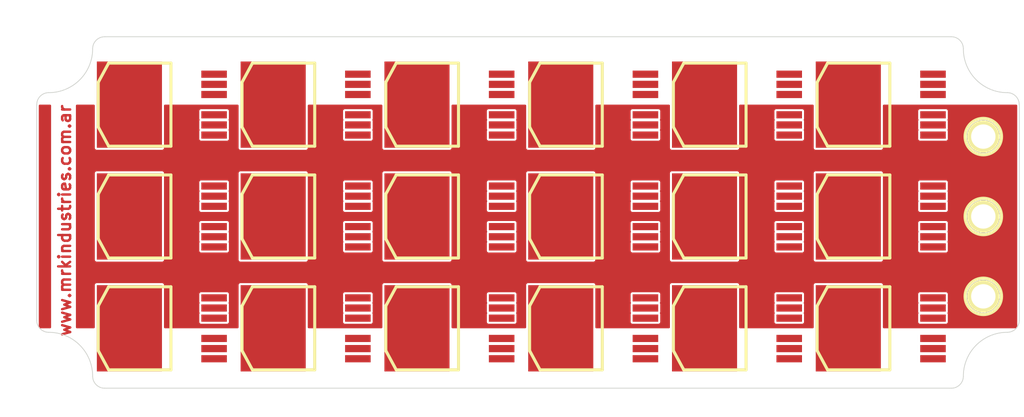
<source format=kicad_pcb>
(kicad_pcb (version 4) (host pcbnew "(2014-08-02 BZR 5044)-product")

  (general
    (links 0)
    (no_connects 0)
    (area 100.449999 66.449999 223.550001 110.550001)
    (thickness 1.6)
    (drawings 28)
    (tracks 0)
    (zones 0)
    (modules 21)
    (nets 1)
  )

  (page A4)
  (layers
    (0 F.Cu signal)
    (31 B.Cu signal)
    (32 B.Adhes user)
    (33 F.Adhes user)
    (34 B.Paste user)
    (35 F.Paste user)
    (36 B.SilkS user)
    (37 F.SilkS user)
    (38 B.Mask user)
    (39 F.Mask user)
    (40 Dwgs.User user)
    (41 Cmts.User user)
    (42 Eco1.User user)
    (43 Eco2.User user)
    (44 Edge.Cuts user)
    (45 Margin user)
    (46 B.CrtYd user)
    (47 F.CrtYd user)
    (48 B.Fab user)
    (49 F.Fab user)
  )

  (setup
    (last_trace_width 0.254)
    (trace_clearance 0.254)
    (zone_clearance 0.2032)
    (zone_45_only yes)
    (trace_min 0.254)
    (segment_width 0.2)
    (edge_width 0.1)
    (via_size 0.889)
    (via_drill 0.635)
    (via_min_size 0.889)
    (via_min_drill 0.508)
    (uvia_size 0.508)
    (uvia_drill 0.127)
    (uvias_allowed no)
    (uvia_min_size 0.508)
    (uvia_min_drill 0.127)
    (pcb_text_width 0.3)
    (pcb_text_size 1.5 1.5)
    (mod_edge_width 0.15)
    (mod_text_size 1 1)
    (mod_text_width 0.15)
    (pad_size 10.80008 8.15086)
    (pad_drill 0)
    (pad_to_mask_clearance 0)
    (aux_axis_origin 0 0)
    (visible_elements FFFFFF7F)
    (pcbplotparams
      (layerselection 0x00030_80000001)
      (usegerberextensions false)
      (excludeedgelayer true)
      (linewidth 0.010000)
      (plotframeref false)
      (viasonmask false)
      (mode 1)
      (useauxorigin false)
      (hpglpennumber 1)
      (hpglpenspeed 20)
      (hpglpendiameter 15)
      (hpglpenoverlay 2)
      (psnegative false)
      (psa4output false)
      (plotreference true)
      (plotvalue true)
      (plotinvisibletext false)
      (padsonsilk false)
      (subtractmaskfromsilk false)
      (outputformat 1)
      (mirror false)
      (drillshape 1)
      (scaleselection 1)
      (outputdirectory ""))
  )

  (net 0 "")

  (net_class Default "This is the default net class."
    (clearance 0.254)
    (trace_width 0.254)
    (via_dia 0.889)
    (via_drill 0.635)
    (uvia_dia 0.508)
    (uvia_drill 0.127)
  )

  (module Connect:1pin (layer F.Cu) (tedit 53F669C2) (tstamp 53F88AEB)
    (at 219 99)
    (descr "module 1 pin (ou trou mecanique de percage)")
    (tags DEV)
    (fp_text reference 1PIN (at 0 -3.048) (layer F.SilkS) hide
      (effects (font (size 1.016 1.016) (thickness 0.254)))
    )
    (fp_text value P*** (at 0 2.794) (layer F.SilkS) hide
      (effects (font (size 1.016 1.016) (thickness 0.254)))
    )
    (fp_circle (center 0 0) (end 0 -2.286) (layer F.SilkS) (width 0.381))
    (pad 1 thru_hole circle (at 0 0) (size 4.064 4.064) (drill 3.048) (layers *.Cu *.Mask F.SilkS))
  )

  (module Connect:1pin (layer F.Cu) (tedit 53F669C2) (tstamp 53F88AE6)
    (at 219 89)
    (descr "module 1 pin (ou trou mecanique de percage)")
    (tags DEV)
    (fp_text reference 1PIN (at 0 -3.048) (layer F.SilkS) hide
      (effects (font (size 1.016 1.016) (thickness 0.254)))
    )
    (fp_text value P*** (at 0 2.794) (layer F.SilkS) hide
      (effects (font (size 1.016 1.016) (thickness 0.254)))
    )
    (fp_circle (center 0 0) (end 0 -2.286) (layer F.SilkS) (width 0.381))
    (pad 1 thru_hole circle (at 0 0) (size 4.064 4.064) (drill 3.048) (layers *.Cu *.Mask F.SilkS))
  )

  (module "Mrk Industries:D2PAK-7-GDS" (layer F.Cu) (tedit 523463F1) (tstamp 53F7520E)
    (at 190 103 90)
    (fp_text reference Q5 (at 0 8.19912 90) (layer F.SilkS) hide
      (effects (font (thickness 0.3048)))
    )
    (fp_text value IRFS3006 (at 0 -11.50112 90) (layer F.SilkS) hide
      (effects (font (thickness 0.3048)))
    )
    (fp_line (start 5.19938 -0.70104) (end -5.19938 -0.70104) (layer F.SilkS) (width 0.381))
    (fp_line (start -5.19938 -0.70104) (end -5.19938 -8.49884) (layer F.SilkS) (width 0.381))
    (fp_line (start -5.19938 -8.49884) (end -2.79908 -9.79932) (layer F.SilkS) (width 0.381))
    (fp_line (start -2.79908 -9.79932) (end 2.79908 -9.79932) (layer F.SilkS) (width 0.381))
    (fp_line (start 2.79908 -9.79932) (end 5.19938 -8.49884) (layer F.SilkS) (width 0.381))
    (fp_line (start 5.19938 -8.49884) (end 5.19938 -0.70104) (layer F.SilkS) (width 0.381))
    (pad D smd rect (at 0 -5.90042 90) (size 10.80008 8.15086) (layers F.Cu F.Paste F.Mask))
    (pad G smd rect (at -3.81 4.70154 90) (size 0.89916 3.2004) (layers F.Cu F.Paste F.Mask))
    (pad S smd rect (at -2.54 4.70154 90) (size 0.89916 3.2004) (layers F.Cu F.Paste F.Mask))
    (pad S smd rect (at -1.27 4.70154 90) (size 0.89916 3.2004) (layers F.Cu F.Paste F.Mask))
    (pad S smd rect (at 1.27 4.70154 90) (size 0.89916 3.2004) (layers F.Cu F.Paste F.Mask))
    (pad S smd rect (at 2.54 4.70154 90) (size 0.89916 3.2004) (layers F.Cu F.Paste F.Mask))
    (pad S smd rect (at 3.81 4.70154 90) (size 0.89916 3.2004) (layers F.Cu F.Paste F.Mask))
    (model smd/smd_transistors/d2-pak-7.wrl
      (at (xyz 0 0.07000000029802322 0))
      (scale (xyz 1 1 1))
      (rotate (xyz 0 0 0))
    )
  )

  (module "Mrk Industries:D2PAK-7-GDS" (layer F.Cu) (tedit 523463F1) (tstamp 53F751FE)
    (at 190 89 90)
    (fp_text reference Q5 (at 0 8.19912 90) (layer F.SilkS) hide
      (effects (font (thickness 0.3048)))
    )
    (fp_text value IRFS3006 (at 0 -11.50112 90) (layer F.SilkS) hide
      (effects (font (thickness 0.3048)))
    )
    (fp_line (start 5.19938 -0.70104) (end -5.19938 -0.70104) (layer F.SilkS) (width 0.381))
    (fp_line (start -5.19938 -0.70104) (end -5.19938 -8.49884) (layer F.SilkS) (width 0.381))
    (fp_line (start -5.19938 -8.49884) (end -2.79908 -9.79932) (layer F.SilkS) (width 0.381))
    (fp_line (start -2.79908 -9.79932) (end 2.79908 -9.79932) (layer F.SilkS) (width 0.381))
    (fp_line (start 2.79908 -9.79932) (end 5.19938 -8.49884) (layer F.SilkS) (width 0.381))
    (fp_line (start 5.19938 -8.49884) (end 5.19938 -0.70104) (layer F.SilkS) (width 0.381))
    (pad D smd rect (at 0 -5.90042 90) (size 10.80008 8.15086) (layers F.Cu F.Paste F.Mask))
    (pad G smd rect (at -3.81 4.70154 90) (size 0.89916 3.2004) (layers F.Cu F.Paste F.Mask))
    (pad S smd rect (at -2.54 4.70154 90) (size 0.89916 3.2004) (layers F.Cu F.Paste F.Mask))
    (pad S smd rect (at -1.27 4.70154 90) (size 0.89916 3.2004) (layers F.Cu F.Paste F.Mask))
    (pad S smd rect (at 1.27 4.70154 90) (size 0.89916 3.2004) (layers F.Cu F.Paste F.Mask))
    (pad S smd rect (at 2.54 4.70154 90) (size 0.89916 3.2004) (layers F.Cu F.Paste F.Mask))
    (pad S smd rect (at 3.81 4.70154 90) (size 0.89916 3.2004) (layers F.Cu F.Paste F.Mask))
    (model smd/smd_transistors/d2-pak-7.wrl
      (at (xyz 0 0.07000000029802322 0))
      (scale (xyz 1 1 1))
      (rotate (xyz 0 0 0))
    )
  )

  (module "Mrk Industries:D2PAK-7-GDS" (layer F.Cu) (tedit 523463F1) (tstamp 53F751EE)
    (at 190 75 90)
    (fp_text reference Q5 (at 0 8.19912 90) (layer F.SilkS) hide
      (effects (font (thickness 0.3048)))
    )
    (fp_text value IRFS3006 (at 0 -11.50112 90) (layer F.SilkS) hide
      (effects (font (thickness 0.3048)))
    )
    (fp_line (start 5.19938 -0.70104) (end -5.19938 -0.70104) (layer F.SilkS) (width 0.381))
    (fp_line (start -5.19938 -0.70104) (end -5.19938 -8.49884) (layer F.SilkS) (width 0.381))
    (fp_line (start -5.19938 -8.49884) (end -2.79908 -9.79932) (layer F.SilkS) (width 0.381))
    (fp_line (start -2.79908 -9.79932) (end 2.79908 -9.79932) (layer F.SilkS) (width 0.381))
    (fp_line (start 2.79908 -9.79932) (end 5.19938 -8.49884) (layer F.SilkS) (width 0.381))
    (fp_line (start 5.19938 -8.49884) (end 5.19938 -0.70104) (layer F.SilkS) (width 0.381))
    (pad D smd rect (at 0 -5.90042 90) (size 10.80008 8.15086) (layers F.Cu F.Paste F.Mask))
    (pad G smd rect (at -3.81 4.70154 90) (size 0.89916 3.2004) (layers F.Cu F.Paste F.Mask))
    (pad S smd rect (at -2.54 4.70154 90) (size 0.89916 3.2004) (layers F.Cu F.Paste F.Mask))
    (pad S smd rect (at -1.27 4.70154 90) (size 0.89916 3.2004) (layers F.Cu F.Paste F.Mask))
    (pad S smd rect (at 1.27 4.70154 90) (size 0.89916 3.2004) (layers F.Cu F.Paste F.Mask))
    (pad S smd rect (at 2.54 4.70154 90) (size 0.89916 3.2004) (layers F.Cu F.Paste F.Mask))
    (pad S smd rect (at 3.81 4.70154 90) (size 0.89916 3.2004) (layers F.Cu F.Paste F.Mask))
    (model smd/smd_transistors/d2-pak-7.wrl
      (at (xyz 0 0.07000000029802322 0))
      (scale (xyz 1 1 1))
      (rotate (xyz 0 0 0))
    )
  )

  (module "Mrk Industries:D2PAK-7-GDS" (layer F.Cu) (tedit 523463F1) (tstamp 53F751DE)
    (at 208 75 90)
    (fp_text reference Q5 (at 0 8.19912 90) (layer F.SilkS) hide
      (effects (font (thickness 0.3048)))
    )
    (fp_text value IRFS3006 (at 0 -11.50112 90) (layer F.SilkS) hide
      (effects (font (thickness 0.3048)))
    )
    (fp_line (start 5.19938 -0.70104) (end -5.19938 -0.70104) (layer F.SilkS) (width 0.381))
    (fp_line (start -5.19938 -0.70104) (end -5.19938 -8.49884) (layer F.SilkS) (width 0.381))
    (fp_line (start -5.19938 -8.49884) (end -2.79908 -9.79932) (layer F.SilkS) (width 0.381))
    (fp_line (start -2.79908 -9.79932) (end 2.79908 -9.79932) (layer F.SilkS) (width 0.381))
    (fp_line (start 2.79908 -9.79932) (end 5.19938 -8.49884) (layer F.SilkS) (width 0.381))
    (fp_line (start 5.19938 -8.49884) (end 5.19938 -0.70104) (layer F.SilkS) (width 0.381))
    (pad D smd rect (at 0 -5.90042 90) (size 10.80008 8.15086) (layers F.Cu F.Paste F.Mask))
    (pad G smd rect (at -3.81 4.70154 90) (size 0.89916 3.2004) (layers F.Cu F.Paste F.Mask))
    (pad S smd rect (at -2.54 4.70154 90) (size 0.89916 3.2004) (layers F.Cu F.Paste F.Mask))
    (pad S smd rect (at -1.27 4.70154 90) (size 0.89916 3.2004) (layers F.Cu F.Paste F.Mask))
    (pad S smd rect (at 1.27 4.70154 90) (size 0.89916 3.2004) (layers F.Cu F.Paste F.Mask))
    (pad S smd rect (at 2.54 4.70154 90) (size 0.89916 3.2004) (layers F.Cu F.Paste F.Mask))
    (pad S smd rect (at 3.81 4.70154 90) (size 0.89916 3.2004) (layers F.Cu F.Paste F.Mask))
    (model smd/smd_transistors/d2-pak-7.wrl
      (at (xyz 0 0.07000000029802322 0))
      (scale (xyz 1 1 1))
      (rotate (xyz 0 0 0))
    )
  )

  (module "Mrk Industries:D2PAK-7-GDS" (layer F.Cu) (tedit 523463F1) (tstamp 53F751CE)
    (at 208 89 90)
    (fp_text reference Q5 (at 0 8.19912 90) (layer F.SilkS) hide
      (effects (font (thickness 0.3048)))
    )
    (fp_text value IRFS3006 (at 0 -11.50112 90) (layer F.SilkS) hide
      (effects (font (thickness 0.3048)))
    )
    (fp_line (start 5.19938 -0.70104) (end -5.19938 -0.70104) (layer F.SilkS) (width 0.381))
    (fp_line (start -5.19938 -0.70104) (end -5.19938 -8.49884) (layer F.SilkS) (width 0.381))
    (fp_line (start -5.19938 -8.49884) (end -2.79908 -9.79932) (layer F.SilkS) (width 0.381))
    (fp_line (start -2.79908 -9.79932) (end 2.79908 -9.79932) (layer F.SilkS) (width 0.381))
    (fp_line (start 2.79908 -9.79932) (end 5.19938 -8.49884) (layer F.SilkS) (width 0.381))
    (fp_line (start 5.19938 -8.49884) (end 5.19938 -0.70104) (layer F.SilkS) (width 0.381))
    (pad D smd rect (at 0 -5.90042 90) (size 10.80008 8.15086) (layers F.Cu F.Paste F.Mask))
    (pad G smd rect (at -3.81 4.70154 90) (size 0.89916 3.2004) (layers F.Cu F.Paste F.Mask))
    (pad S smd rect (at -2.54 4.70154 90) (size 0.89916 3.2004) (layers F.Cu F.Paste F.Mask))
    (pad S smd rect (at -1.27 4.70154 90) (size 0.89916 3.2004) (layers F.Cu F.Paste F.Mask))
    (pad S smd rect (at 1.27 4.70154 90) (size 0.89916 3.2004) (layers F.Cu F.Paste F.Mask))
    (pad S smd rect (at 2.54 4.70154 90) (size 0.89916 3.2004) (layers F.Cu F.Paste F.Mask))
    (pad S smd rect (at 3.81 4.70154 90) (size 0.89916 3.2004) (layers F.Cu F.Paste F.Mask))
    (model smd/smd_transistors/d2-pak-7.wrl
      (at (xyz 0 0.07000000029802322 0))
      (scale (xyz 1 1 1))
      (rotate (xyz 0 0 0))
    )
  )

  (module "Mrk Industries:D2PAK-7-GDS" (layer F.Cu) (tedit 523463F1) (tstamp 53F751BE)
    (at 208 103 90)
    (fp_text reference Q5 (at 0 8.19912 90) (layer F.SilkS) hide
      (effects (font (thickness 0.3048)))
    )
    (fp_text value IRFS3006 (at 0 -11.50112 90) (layer F.SilkS) hide
      (effects (font (thickness 0.3048)))
    )
    (fp_line (start 5.19938 -0.70104) (end -5.19938 -0.70104) (layer F.SilkS) (width 0.381))
    (fp_line (start -5.19938 -0.70104) (end -5.19938 -8.49884) (layer F.SilkS) (width 0.381))
    (fp_line (start -5.19938 -8.49884) (end -2.79908 -9.79932) (layer F.SilkS) (width 0.381))
    (fp_line (start -2.79908 -9.79932) (end 2.79908 -9.79932) (layer F.SilkS) (width 0.381))
    (fp_line (start 2.79908 -9.79932) (end 5.19938 -8.49884) (layer F.SilkS) (width 0.381))
    (fp_line (start 5.19938 -8.49884) (end 5.19938 -0.70104) (layer F.SilkS) (width 0.381))
    (pad D smd rect (at 0 -5.90042 90) (size 10.80008 8.15086) (layers F.Cu F.Paste F.Mask))
    (pad G smd rect (at -3.81 4.70154 90) (size 0.89916 3.2004) (layers F.Cu F.Paste F.Mask))
    (pad S smd rect (at -2.54 4.70154 90) (size 0.89916 3.2004) (layers F.Cu F.Paste F.Mask))
    (pad S smd rect (at -1.27 4.70154 90) (size 0.89916 3.2004) (layers F.Cu F.Paste F.Mask))
    (pad S smd rect (at 1.27 4.70154 90) (size 0.89916 3.2004) (layers F.Cu F.Paste F.Mask))
    (pad S smd rect (at 2.54 4.70154 90) (size 0.89916 3.2004) (layers F.Cu F.Paste F.Mask))
    (pad S smd rect (at 3.81 4.70154 90) (size 0.89916 3.2004) (layers F.Cu F.Paste F.Mask))
    (model smd/smd_transistors/d2-pak-7.wrl
      (at (xyz 0 0.07000000029802322 0))
      (scale (xyz 1 1 1))
      (rotate (xyz 0 0 0))
    )
  )

  (module "Mrk Industries:D2PAK-7-GDS" (layer F.Cu) (tedit 523463F1) (tstamp 53F7514E)
    (at 154 103 90)
    (fp_text reference Q5 (at 0 8.19912 90) (layer F.SilkS) hide
      (effects (font (thickness 0.3048)))
    )
    (fp_text value IRFS3006 (at 0 -11.50112 90) (layer F.SilkS) hide
      (effects (font (thickness 0.3048)))
    )
    (fp_line (start 5.19938 -0.70104) (end -5.19938 -0.70104) (layer F.SilkS) (width 0.381))
    (fp_line (start -5.19938 -0.70104) (end -5.19938 -8.49884) (layer F.SilkS) (width 0.381))
    (fp_line (start -5.19938 -8.49884) (end -2.79908 -9.79932) (layer F.SilkS) (width 0.381))
    (fp_line (start -2.79908 -9.79932) (end 2.79908 -9.79932) (layer F.SilkS) (width 0.381))
    (fp_line (start 2.79908 -9.79932) (end 5.19938 -8.49884) (layer F.SilkS) (width 0.381))
    (fp_line (start 5.19938 -8.49884) (end 5.19938 -0.70104) (layer F.SilkS) (width 0.381))
    (pad D smd rect (at 0 -5.90042 90) (size 10.80008 8.15086) (layers F.Cu F.Paste F.Mask))
    (pad G smd rect (at -3.81 4.70154 90) (size 0.89916 3.2004) (layers F.Cu F.Paste F.Mask))
    (pad S smd rect (at -2.54 4.70154 90) (size 0.89916 3.2004) (layers F.Cu F.Paste F.Mask))
    (pad S smd rect (at -1.27 4.70154 90) (size 0.89916 3.2004) (layers F.Cu F.Paste F.Mask))
    (pad S smd rect (at 1.27 4.70154 90) (size 0.89916 3.2004) (layers F.Cu F.Paste F.Mask))
    (pad S smd rect (at 2.54 4.70154 90) (size 0.89916 3.2004) (layers F.Cu F.Paste F.Mask))
    (pad S smd rect (at 3.81 4.70154 90) (size 0.89916 3.2004) (layers F.Cu F.Paste F.Mask))
    (model smd/smd_transistors/d2-pak-7.wrl
      (at (xyz 0 0.07000000029802322 0))
      (scale (xyz 1 1 1))
      (rotate (xyz 0 0 0))
    )
  )

  (module "Mrk Industries:D2PAK-7-GDS" (layer F.Cu) (tedit 523463F1) (tstamp 53F7513E)
    (at 154 89 90)
    (fp_text reference Q5 (at 0 8.19912 90) (layer F.SilkS) hide
      (effects (font (thickness 0.3048)))
    )
    (fp_text value IRFS3006 (at 0 -11.50112 90) (layer F.SilkS) hide
      (effects (font (thickness 0.3048)))
    )
    (fp_line (start 5.19938 -0.70104) (end -5.19938 -0.70104) (layer F.SilkS) (width 0.381))
    (fp_line (start -5.19938 -0.70104) (end -5.19938 -8.49884) (layer F.SilkS) (width 0.381))
    (fp_line (start -5.19938 -8.49884) (end -2.79908 -9.79932) (layer F.SilkS) (width 0.381))
    (fp_line (start -2.79908 -9.79932) (end 2.79908 -9.79932) (layer F.SilkS) (width 0.381))
    (fp_line (start 2.79908 -9.79932) (end 5.19938 -8.49884) (layer F.SilkS) (width 0.381))
    (fp_line (start 5.19938 -8.49884) (end 5.19938 -0.70104) (layer F.SilkS) (width 0.381))
    (pad D smd rect (at 0 -5.90042 90) (size 10.80008 8.15086) (layers F.Cu F.Paste F.Mask))
    (pad G smd rect (at -3.81 4.70154 90) (size 0.89916 3.2004) (layers F.Cu F.Paste F.Mask))
    (pad S smd rect (at -2.54 4.70154 90) (size 0.89916 3.2004) (layers F.Cu F.Paste F.Mask))
    (pad S smd rect (at -1.27 4.70154 90) (size 0.89916 3.2004) (layers F.Cu F.Paste F.Mask))
    (pad S smd rect (at 1.27 4.70154 90) (size 0.89916 3.2004) (layers F.Cu F.Paste F.Mask))
    (pad S smd rect (at 2.54 4.70154 90) (size 0.89916 3.2004) (layers F.Cu F.Paste F.Mask))
    (pad S smd rect (at 3.81 4.70154 90) (size 0.89916 3.2004) (layers F.Cu F.Paste F.Mask))
    (model smd/smd_transistors/d2-pak-7.wrl
      (at (xyz 0 0.07000000029802322 0))
      (scale (xyz 1 1 1))
      (rotate (xyz 0 0 0))
    )
  )

  (module "Mrk Industries:D2PAK-7-GDS" (layer F.Cu) (tedit 523463F1) (tstamp 53F7512E)
    (at 154 75 90)
    (fp_text reference Q5 (at 0 8.19912 90) (layer F.SilkS) hide
      (effects (font (thickness 0.3048)))
    )
    (fp_text value IRFS3006 (at 0 -11.50112 90) (layer F.SilkS) hide
      (effects (font (thickness 0.3048)))
    )
    (fp_line (start 5.19938 -0.70104) (end -5.19938 -0.70104) (layer F.SilkS) (width 0.381))
    (fp_line (start -5.19938 -0.70104) (end -5.19938 -8.49884) (layer F.SilkS) (width 0.381))
    (fp_line (start -5.19938 -8.49884) (end -2.79908 -9.79932) (layer F.SilkS) (width 0.381))
    (fp_line (start -2.79908 -9.79932) (end 2.79908 -9.79932) (layer F.SilkS) (width 0.381))
    (fp_line (start 2.79908 -9.79932) (end 5.19938 -8.49884) (layer F.SilkS) (width 0.381))
    (fp_line (start 5.19938 -8.49884) (end 5.19938 -0.70104) (layer F.SilkS) (width 0.381))
    (pad D smd rect (at 0 -5.90042 90) (size 10.80008 8.15086) (layers F.Cu F.Paste F.Mask))
    (pad G smd rect (at -3.81 4.70154 90) (size 0.89916 3.2004) (layers F.Cu F.Paste F.Mask))
    (pad S smd rect (at -2.54 4.70154 90) (size 0.89916 3.2004) (layers F.Cu F.Paste F.Mask))
    (pad S smd rect (at -1.27 4.70154 90) (size 0.89916 3.2004) (layers F.Cu F.Paste F.Mask))
    (pad S smd rect (at 1.27 4.70154 90) (size 0.89916 3.2004) (layers F.Cu F.Paste F.Mask))
    (pad S smd rect (at 2.54 4.70154 90) (size 0.89916 3.2004) (layers F.Cu F.Paste F.Mask))
    (pad S smd rect (at 3.81 4.70154 90) (size 0.89916 3.2004) (layers F.Cu F.Paste F.Mask))
    (model smd/smd_transistors/d2-pak-7.wrl
      (at (xyz 0 0.07000000029802322 0))
      (scale (xyz 1 1 1))
      (rotate (xyz 0 0 0))
    )
  )

  (module "Mrk Industries:D2PAK-7-GDS" (layer F.Cu) (tedit 523463F1) (tstamp 53F7511E)
    (at 172 75 90)
    (fp_text reference Q5 (at 0 8.19912 90) (layer F.SilkS) hide
      (effects (font (thickness 0.3048)))
    )
    (fp_text value IRFS3006 (at 0 -11.50112 90) (layer F.SilkS) hide
      (effects (font (thickness 0.3048)))
    )
    (fp_line (start 5.19938 -0.70104) (end -5.19938 -0.70104) (layer F.SilkS) (width 0.381))
    (fp_line (start -5.19938 -0.70104) (end -5.19938 -8.49884) (layer F.SilkS) (width 0.381))
    (fp_line (start -5.19938 -8.49884) (end -2.79908 -9.79932) (layer F.SilkS) (width 0.381))
    (fp_line (start -2.79908 -9.79932) (end 2.79908 -9.79932) (layer F.SilkS) (width 0.381))
    (fp_line (start 2.79908 -9.79932) (end 5.19938 -8.49884) (layer F.SilkS) (width 0.381))
    (fp_line (start 5.19938 -8.49884) (end 5.19938 -0.70104) (layer F.SilkS) (width 0.381))
    (pad D smd rect (at 0 -5.90042 90) (size 10.80008 8.15086) (layers F.Cu F.Paste F.Mask))
    (pad G smd rect (at -3.81 4.70154 90) (size 0.89916 3.2004) (layers F.Cu F.Paste F.Mask))
    (pad S smd rect (at -2.54 4.70154 90) (size 0.89916 3.2004) (layers F.Cu F.Paste F.Mask))
    (pad S smd rect (at -1.27 4.70154 90) (size 0.89916 3.2004) (layers F.Cu F.Paste F.Mask))
    (pad S smd rect (at 1.27 4.70154 90) (size 0.89916 3.2004) (layers F.Cu F.Paste F.Mask))
    (pad S smd rect (at 2.54 4.70154 90) (size 0.89916 3.2004) (layers F.Cu F.Paste F.Mask))
    (pad S smd rect (at 3.81 4.70154 90) (size 0.89916 3.2004) (layers F.Cu F.Paste F.Mask))
    (model smd/smd_transistors/d2-pak-7.wrl
      (at (xyz 0 0.07000000029802322 0))
      (scale (xyz 1 1 1))
      (rotate (xyz 0 0 0))
    )
  )

  (module "Mrk Industries:D2PAK-7-GDS" (layer F.Cu) (tedit 523463F1) (tstamp 53F7510E)
    (at 172 89 90)
    (fp_text reference Q5 (at 0 8.19912 90) (layer F.SilkS) hide
      (effects (font (thickness 0.3048)))
    )
    (fp_text value IRFS3006 (at 0 -11.50112 90) (layer F.SilkS) hide
      (effects (font (thickness 0.3048)))
    )
    (fp_line (start 5.19938 -0.70104) (end -5.19938 -0.70104) (layer F.SilkS) (width 0.381))
    (fp_line (start -5.19938 -0.70104) (end -5.19938 -8.49884) (layer F.SilkS) (width 0.381))
    (fp_line (start -5.19938 -8.49884) (end -2.79908 -9.79932) (layer F.SilkS) (width 0.381))
    (fp_line (start -2.79908 -9.79932) (end 2.79908 -9.79932) (layer F.SilkS) (width 0.381))
    (fp_line (start 2.79908 -9.79932) (end 5.19938 -8.49884) (layer F.SilkS) (width 0.381))
    (fp_line (start 5.19938 -8.49884) (end 5.19938 -0.70104) (layer F.SilkS) (width 0.381))
    (pad D smd rect (at 0 -5.90042 90) (size 10.80008 8.15086) (layers F.Cu F.Paste F.Mask))
    (pad G smd rect (at -3.81 4.70154 90) (size 0.89916 3.2004) (layers F.Cu F.Paste F.Mask))
    (pad S smd rect (at -2.54 4.70154 90) (size 0.89916 3.2004) (layers F.Cu F.Paste F.Mask))
    (pad S smd rect (at -1.27 4.70154 90) (size 0.89916 3.2004) (layers F.Cu F.Paste F.Mask))
    (pad S smd rect (at 1.27 4.70154 90) (size 0.89916 3.2004) (layers F.Cu F.Paste F.Mask))
    (pad S smd rect (at 2.54 4.70154 90) (size 0.89916 3.2004) (layers F.Cu F.Paste F.Mask))
    (pad S smd rect (at 3.81 4.70154 90) (size 0.89916 3.2004) (layers F.Cu F.Paste F.Mask))
    (model smd/smd_transistors/d2-pak-7.wrl
      (at (xyz 0 0.07000000029802322 0))
      (scale (xyz 1 1 1))
      (rotate (xyz 0 0 0))
    )
  )

  (module "Mrk Industries:D2PAK-7-GDS" (layer F.Cu) (tedit 523463F1) (tstamp 53F750FE)
    (at 172 103 90)
    (fp_text reference Q5 (at 0 8.19912 90) (layer F.SilkS) hide
      (effects (font (thickness 0.3048)))
    )
    (fp_text value IRFS3006 (at 0 -11.50112 90) (layer F.SilkS) hide
      (effects (font (thickness 0.3048)))
    )
    (fp_line (start 5.19938 -0.70104) (end -5.19938 -0.70104) (layer F.SilkS) (width 0.381))
    (fp_line (start -5.19938 -0.70104) (end -5.19938 -8.49884) (layer F.SilkS) (width 0.381))
    (fp_line (start -5.19938 -8.49884) (end -2.79908 -9.79932) (layer F.SilkS) (width 0.381))
    (fp_line (start -2.79908 -9.79932) (end 2.79908 -9.79932) (layer F.SilkS) (width 0.381))
    (fp_line (start 2.79908 -9.79932) (end 5.19938 -8.49884) (layer F.SilkS) (width 0.381))
    (fp_line (start 5.19938 -8.49884) (end 5.19938 -0.70104) (layer F.SilkS) (width 0.381))
    (pad D smd rect (at 0 -5.90042 90) (size 10.80008 8.15086) (layers F.Cu F.Paste F.Mask))
    (pad G smd rect (at -3.81 4.70154 90) (size 0.89916 3.2004) (layers F.Cu F.Paste F.Mask))
    (pad S smd rect (at -2.54 4.70154 90) (size 0.89916 3.2004) (layers F.Cu F.Paste F.Mask))
    (pad S smd rect (at -1.27 4.70154 90) (size 0.89916 3.2004) (layers F.Cu F.Paste F.Mask))
    (pad S smd rect (at 1.27 4.70154 90) (size 0.89916 3.2004) (layers F.Cu F.Paste F.Mask))
    (pad S smd rect (at 2.54 4.70154 90) (size 0.89916 3.2004) (layers F.Cu F.Paste F.Mask))
    (pad S smd rect (at 3.81 4.70154 90) (size 0.89916 3.2004) (layers F.Cu F.Paste F.Mask))
    (model smd/smd_transistors/d2-pak-7.wrl
      (at (xyz 0 0.07000000029802322 0))
      (scale (xyz 1 1 1))
      (rotate (xyz 0 0 0))
    )
  )

  (module "Mrk Industries:D2PAK-7-GDS" (layer F.Cu) (tedit 523463F1) (tstamp 53F750EE)
    (at 136 103 90)
    (fp_text reference Q5 (at 0 8.19912 90) (layer F.SilkS) hide
      (effects (font (thickness 0.3048)))
    )
    (fp_text value IRFS3006 (at 0 -11.50112 90) (layer F.SilkS) hide
      (effects (font (thickness 0.3048)))
    )
    (fp_line (start 5.19938 -0.70104) (end -5.19938 -0.70104) (layer F.SilkS) (width 0.381))
    (fp_line (start -5.19938 -0.70104) (end -5.19938 -8.49884) (layer F.SilkS) (width 0.381))
    (fp_line (start -5.19938 -8.49884) (end -2.79908 -9.79932) (layer F.SilkS) (width 0.381))
    (fp_line (start -2.79908 -9.79932) (end 2.79908 -9.79932) (layer F.SilkS) (width 0.381))
    (fp_line (start 2.79908 -9.79932) (end 5.19938 -8.49884) (layer F.SilkS) (width 0.381))
    (fp_line (start 5.19938 -8.49884) (end 5.19938 -0.70104) (layer F.SilkS) (width 0.381))
    (pad D smd rect (at 0 -5.90042 90) (size 10.80008 8.15086) (layers F.Cu F.Paste F.Mask))
    (pad G smd rect (at -3.81 4.70154 90) (size 0.89916 3.2004) (layers F.Cu F.Paste F.Mask))
    (pad S smd rect (at -2.54 4.70154 90) (size 0.89916 3.2004) (layers F.Cu F.Paste F.Mask))
    (pad S smd rect (at -1.27 4.70154 90) (size 0.89916 3.2004) (layers F.Cu F.Paste F.Mask))
    (pad S smd rect (at 1.27 4.70154 90) (size 0.89916 3.2004) (layers F.Cu F.Paste F.Mask))
    (pad S smd rect (at 2.54 4.70154 90) (size 0.89916 3.2004) (layers F.Cu F.Paste F.Mask))
    (pad S smd rect (at 3.81 4.70154 90) (size 0.89916 3.2004) (layers F.Cu F.Paste F.Mask))
    (model smd/smd_transistors/d2-pak-7.wrl
      (at (xyz 0 0.07000000029802322 0))
      (scale (xyz 1 1 1))
      (rotate (xyz 0 0 0))
    )
  )

  (module "Mrk Industries:D2PAK-7-GDS" (layer F.Cu) (tedit 523463F1) (tstamp 53F750DE)
    (at 136 89 90)
    (fp_text reference Q5 (at 0 8.19912 90) (layer F.SilkS) hide
      (effects (font (thickness 0.3048)))
    )
    (fp_text value IRFS3006 (at 0 -11.50112 90) (layer F.SilkS) hide
      (effects (font (thickness 0.3048)))
    )
    (fp_line (start 5.19938 -0.70104) (end -5.19938 -0.70104) (layer F.SilkS) (width 0.381))
    (fp_line (start -5.19938 -0.70104) (end -5.19938 -8.49884) (layer F.SilkS) (width 0.381))
    (fp_line (start -5.19938 -8.49884) (end -2.79908 -9.79932) (layer F.SilkS) (width 0.381))
    (fp_line (start -2.79908 -9.79932) (end 2.79908 -9.79932) (layer F.SilkS) (width 0.381))
    (fp_line (start 2.79908 -9.79932) (end 5.19938 -8.49884) (layer F.SilkS) (width 0.381))
    (fp_line (start 5.19938 -8.49884) (end 5.19938 -0.70104) (layer F.SilkS) (width 0.381))
    (pad D smd rect (at 0 -5.90042 90) (size 10.80008 8.15086) (layers F.Cu F.Paste F.Mask))
    (pad G smd rect (at -3.81 4.70154 90) (size 0.89916 3.2004) (layers F.Cu F.Paste F.Mask))
    (pad S smd rect (at -2.54 4.70154 90) (size 0.89916 3.2004) (layers F.Cu F.Paste F.Mask))
    (pad S smd rect (at -1.27 4.70154 90) (size 0.89916 3.2004) (layers F.Cu F.Paste F.Mask))
    (pad S smd rect (at 1.27 4.70154 90) (size 0.89916 3.2004) (layers F.Cu F.Paste F.Mask))
    (pad S smd rect (at 2.54 4.70154 90) (size 0.89916 3.2004) (layers F.Cu F.Paste F.Mask))
    (pad S smd rect (at 3.81 4.70154 90) (size 0.89916 3.2004) (layers F.Cu F.Paste F.Mask))
    (model smd/smd_transistors/d2-pak-7.wrl
      (at (xyz 0 0.07000000029802322 0))
      (scale (xyz 1 1 1))
      (rotate (xyz 0 0 0))
    )
  )

  (module "Mrk Industries:D2PAK-7-GDS" (layer F.Cu) (tedit 523463F1) (tstamp 53F750CE)
    (at 136 75 90)
    (fp_text reference Q5 (at 0 8.19912 90) (layer F.SilkS) hide
      (effects (font (thickness 0.3048)))
    )
    (fp_text value IRFS3006 (at 0 -11.50112 90) (layer F.SilkS) hide
      (effects (font (thickness 0.3048)))
    )
    (fp_line (start 5.19938 -0.70104) (end -5.19938 -0.70104) (layer F.SilkS) (width 0.381))
    (fp_line (start -5.19938 -0.70104) (end -5.19938 -8.49884) (layer F.SilkS) (width 0.381))
    (fp_line (start -5.19938 -8.49884) (end -2.79908 -9.79932) (layer F.SilkS) (width 0.381))
    (fp_line (start -2.79908 -9.79932) (end 2.79908 -9.79932) (layer F.SilkS) (width 0.381))
    (fp_line (start 2.79908 -9.79932) (end 5.19938 -8.49884) (layer F.SilkS) (width 0.381))
    (fp_line (start 5.19938 -8.49884) (end 5.19938 -0.70104) (layer F.SilkS) (width 0.381))
    (pad D smd rect (at 0 -5.90042 90) (size 10.80008 8.15086) (layers F.Cu F.Paste F.Mask))
    (pad G smd rect (at -3.81 4.70154 90) (size 0.89916 3.2004) (layers F.Cu F.Paste F.Mask))
    (pad S smd rect (at -2.54 4.70154 90) (size 0.89916 3.2004) (layers F.Cu F.Paste F.Mask))
    (pad S smd rect (at -1.27 4.70154 90) (size 0.89916 3.2004) (layers F.Cu F.Paste F.Mask))
    (pad S smd rect (at 1.27 4.70154 90) (size 0.89916 3.2004) (layers F.Cu F.Paste F.Mask))
    (pad S smd rect (at 2.54 4.70154 90) (size 0.89916 3.2004) (layers F.Cu F.Paste F.Mask))
    (pad S smd rect (at 3.81 4.70154 90) (size 0.89916 3.2004) (layers F.Cu F.Paste F.Mask))
    (model smd/smd_transistors/d2-pak-7.wrl
      (at (xyz 0 0.07000000029802322 0))
      (scale (xyz 1 1 1))
      (rotate (xyz 0 0 0))
    )
  )

  (module "Mrk Industries:D2PAK-7-GDS" (layer F.Cu) (tedit 53F66C1A) (tstamp 53F7509C)
    (at 118 75 90)
    (fp_text reference Q5 (at 0 8.19912 90) (layer F.SilkS) hide
      (effects (font (thickness 0.3048)))
    )
    (fp_text value IRFS3006 (at 0 -11.50112 90) (layer F.SilkS) hide
      (effects (font (thickness 0.3048)))
    )
    (fp_line (start 5.19938 -0.70104) (end -5.19938 -0.70104) (layer F.SilkS) (width 0.381))
    (fp_line (start -5.19938 -0.70104) (end -5.19938 -8.49884) (layer F.SilkS) (width 0.381))
    (fp_line (start -5.19938 -8.49884) (end -2.79908 -9.79932) (layer F.SilkS) (width 0.381))
    (fp_line (start -2.79908 -9.79932) (end 2.79908 -9.79932) (layer F.SilkS) (width 0.381))
    (fp_line (start 2.79908 -9.79932) (end 5.19938 -8.49884) (layer F.SilkS) (width 0.381))
    (fp_line (start 5.19938 -8.49884) (end 5.19938 -0.70104) (layer F.SilkS) (width 0.381))
    (pad D smd rect (at 0 -5.90042 90) (size 10.80008 8.15086) (layers F.Cu F.Paste F.Mask))
    (pad G smd rect (at -3.81 4.70154 90) (size 0.89916 3.2004) (layers F.Cu F.Paste F.Mask))
    (pad S smd rect (at -2.54 4.70154 90) (size 0.89916 3.2004) (layers F.Cu F.Paste F.Mask))
    (pad S smd rect (at -1.27 4.70154 90) (size 0.89916 3.2004) (layers F.Cu F.Paste F.Mask))
    (pad S smd rect (at 1.27 4.70154 90) (size 0.89916 3.2004) (layers F.Cu F.Paste F.Mask))
    (pad S smd rect (at 2.54 4.70154 90) (size 0.89916 3.2004) (layers F.Cu F.Paste F.Mask))
    (pad S smd rect (at 3.81 4.70154 90) (size 0.89916 3.2004) (layers F.Cu F.Paste F.Mask))
    (model smd/smd_transistors/d2-pak-7.wrl
      (at (xyz 0 0.07000000029802322 0))
      (scale (xyz 1 1 1))
      (rotate (xyz 0 0 0))
    )
  )

  (module "Mrk Industries:D2PAK-7-GDS" (layer F.Cu) (tedit 523463F1) (tstamp 53F7508C)
    (at 118 89 90)
    (fp_text reference Q5 (at 0 8.19912 90) (layer F.SilkS) hide
      (effects (font (thickness 0.3048)))
    )
    (fp_text value IRFS3006 (at 0 -11.50112 90) (layer F.SilkS) hide
      (effects (font (thickness 0.3048)))
    )
    (fp_line (start 5.19938 -0.70104) (end -5.19938 -0.70104) (layer F.SilkS) (width 0.381))
    (fp_line (start -5.19938 -0.70104) (end -5.19938 -8.49884) (layer F.SilkS) (width 0.381))
    (fp_line (start -5.19938 -8.49884) (end -2.79908 -9.79932) (layer F.SilkS) (width 0.381))
    (fp_line (start -2.79908 -9.79932) (end 2.79908 -9.79932) (layer F.SilkS) (width 0.381))
    (fp_line (start 2.79908 -9.79932) (end 5.19938 -8.49884) (layer F.SilkS) (width 0.381))
    (fp_line (start 5.19938 -8.49884) (end 5.19938 -0.70104) (layer F.SilkS) (width 0.381))
    (pad D smd rect (at 0 -5.90042 90) (size 10.80008 8.15086) (layers F.Cu F.Paste F.Mask))
    (pad G smd rect (at -3.81 4.70154 90) (size 0.89916 3.2004) (layers F.Cu F.Paste F.Mask))
    (pad S smd rect (at -2.54 4.70154 90) (size 0.89916 3.2004) (layers F.Cu F.Paste F.Mask))
    (pad S smd rect (at -1.27 4.70154 90) (size 0.89916 3.2004) (layers F.Cu F.Paste F.Mask))
    (pad S smd rect (at 1.27 4.70154 90) (size 0.89916 3.2004) (layers F.Cu F.Paste F.Mask))
    (pad S smd rect (at 2.54 4.70154 90) (size 0.89916 3.2004) (layers F.Cu F.Paste F.Mask))
    (pad S smd rect (at 3.81 4.70154 90) (size 0.89916 3.2004) (layers F.Cu F.Paste F.Mask))
    (model smd/smd_transistors/d2-pak-7.wrl
      (at (xyz 0 0.07000000029802322 0))
      (scale (xyz 1 1 1))
      (rotate (xyz 0 0 0))
    )
  )

  (module "Mrk Industries:D2PAK-7-GDS" (layer F.Cu) (tedit 523463F1) (tstamp 53F7507B)
    (at 118 103 90)
    (fp_text reference Q5 (at 0 8.19912 90) (layer F.SilkS) hide
      (effects (font (thickness 0.3048)))
    )
    (fp_text value IRFS3006 (at 0 -11.50112 90) (layer F.SilkS) hide
      (effects (font (thickness 0.3048)))
    )
    (fp_line (start 5.19938 -0.70104) (end -5.19938 -0.70104) (layer F.SilkS) (width 0.381))
    (fp_line (start -5.19938 -0.70104) (end -5.19938 -8.49884) (layer F.SilkS) (width 0.381))
    (fp_line (start -5.19938 -8.49884) (end -2.79908 -9.79932) (layer F.SilkS) (width 0.381))
    (fp_line (start -2.79908 -9.79932) (end 2.79908 -9.79932) (layer F.SilkS) (width 0.381))
    (fp_line (start 2.79908 -9.79932) (end 5.19938 -8.49884) (layer F.SilkS) (width 0.381))
    (fp_line (start 5.19938 -8.49884) (end 5.19938 -0.70104) (layer F.SilkS) (width 0.381))
    (pad D smd rect (at 0 -5.90042 90) (size 10.80008 8.15086) (layers F.Cu F.Paste F.Mask))
    (pad G smd rect (at -3.81 4.70154 90) (size 0.89916 3.2004) (layers F.Cu F.Paste F.Mask))
    (pad S smd rect (at -2.54 4.70154 90) (size 0.89916 3.2004) (layers F.Cu F.Paste F.Mask))
    (pad S smd rect (at -1.27 4.70154 90) (size 0.89916 3.2004) (layers F.Cu F.Paste F.Mask))
    (pad S smd rect (at 1.27 4.70154 90) (size 0.89916 3.2004) (layers F.Cu F.Paste F.Mask))
    (pad S smd rect (at 2.54 4.70154 90) (size 0.89916 3.2004) (layers F.Cu F.Paste F.Mask))
    (pad S smd rect (at 3.81 4.70154 90) (size 0.89916 3.2004) (layers F.Cu F.Paste F.Mask))
    (model smd/smd_transistors/d2-pak-7.wrl
      (at (xyz 0 0.07000000029802322 0))
      (scale (xyz 1 1 1))
      (rotate (xyz 0 0 0))
    )
  )

  (module Connect:1pin (layer F.Cu) (tedit 53F669C2) (tstamp 53F88ADA)
    (at 219 79)
    (descr "module 1 pin (ou trou mecanique de percage)")
    (tags DEV)
    (fp_text reference 1PIN (at 0 -3.048) (layer F.SilkS) hide
      (effects (font (size 1.016 1.016) (thickness 0.254)))
    )
    (fp_text value P*** (at 0 2.794) (layer F.SilkS) hide
      (effects (font (size 1.016 1.016) (thickness 0.254)))
    )
    (fp_circle (center 0 0) (end 0 -2.286) (layer F.SilkS) (width 0.381))
    (pad 1 thru_hole circle (at 0 0) (size 4.064 4.064) (drill 3.048) (layers *.Cu *.Mask F.SilkS))
  )

  (gr_line (start 100.5 102) (end 100.5 75) (angle 90) (layer Edge.Cuts) (width 0.1))
  (gr_line (start 223.5 102) (end 223.5 75) (angle 90) (layer Edge.Cuts) (width 0.1))
  (gr_arc (start 109 68) (end 107 68) (angle 90) (layer Dwgs.User) (width 0.2))
  (gr_arc (start 109 68) (end 107.5 68) (angle 90) (layer Edge.Cuts) (width 0.1))
  (gr_arc (start 102 75) (end 100.5 75) (angle 90) (layer Edge.Cuts) (width 0.1))
  (gr_arc (start 102 75) (end 100 75) (angle 90) (layer Dwgs.User) (width 0.2))
  (gr_arc (start 102 68) (end 107 68) (angle 90) (layer Dwgs.User) (width 0.2))
  (gr_text www.mrkindustries.com.ar (at 104 89.5 90) (layer F.Cu)
    (effects (font (size 1.5 1.5) (thickness 0.3)))
  )
  (gr_arc (start 215 68) (end 215 66.5) (angle 90) (layer Edge.Cuts) (width 0.1))
  (gr_arc (start 222 75) (end 222 73.5) (angle 90) (layer Edge.Cuts) (width 0.1))
  (gr_arc (start 222 68) (end 222 73.5) (angle 90) (layer Edge.Cuts) (width 0.1))
  (gr_line (start 215 110.5) (end 109 110.5) (angle 90) (layer Edge.Cuts) (width 0.1))
  (gr_arc (start 215 109) (end 216.5 109) (angle 90) (layer Edge.Cuts) (width 0.1))
  (gr_arc (start 222 102) (end 223.5 102) (angle 90) (layer Edge.Cuts) (width 0.1))
  (gr_arc (start 222 109) (end 216.5 109) (angle 90) (layer Edge.Cuts) (width 0.1))
  (gr_arc (start 102 102) (end 102 103.5) (angle 90) (layer Edge.Cuts) (width 0.1))
  (gr_arc (start 109 109) (end 109 110.5) (angle 90) (layer Edge.Cuts) (width 0.1))
  (gr_arc (start 102 109) (end 102 103.5) (angle 90) (layer Edge.Cuts) (width 0.1))
  (gr_line (start 109 66.5) (end 215 66.5) (angle 90) (layer Edge.Cuts) (width 0.1))
  (gr_arc (start 102 68) (end 107.5 68) (angle 90) (layer Edge.Cuts) (width 0.1))
  (gr_circle (center 222 68) (end 222 70) (layer Dwgs.User) (width 0.2))
  (gr_circle (center 222 109) (end 220 109) (layer Dwgs.User) (width 0.2))
  (gr_circle (center 102 109) (end 100 109) (layer Dwgs.User) (width 0.2))
  (gr_line (start 98 113) (end 98 114) (angle 90) (layer Dwgs.User) (width 0.2))
  (gr_line (start 98 113) (end 97 113) (angle 90) (layer Dwgs.User) (width 0.2))
  (gr_circle (center 102 68) (end 100 68) (layer Dwgs.User) (width 0.2))
  (gr_line (start 97 63) (end 97 62) (angle 90) (layer Dwgs.User) (width 0.2))
  (gr_line (start 97 63) (end 96 63) (angle 90) (layer Dwgs.User) (width 0.2))

  (zone (net 0) (net_name "") (layer F.Cu) (tstamp 53F88B21) (hatch edge 0.508)
    (connect_pads (clearance 0.2032))
    (min_thickness 0.254)
    (fill yes (arc_segments 16) (thermal_gap 0.127) (thermal_bridge_width 0.3175))
    (polygon
      (pts
        (xy 223.5 103) (xy 100.5 103) (xy 100.5 75) (xy 223.5 75)
      )
    )
    (filled_polygon
      (pts
        (xy 102.1698 102.873) (xy 100.8802 102.873) (xy 100.8802 75.127) (xy 102.1698 75.127) (xy 102.1698 102.873)
      )
    )
    (filled_polygon
      (pts
        (xy 223.1198 102.873) (xy 221.413417 102.873) (xy 221.413417 98.52213) (xy 221.413417 88.52213) (xy 221.413417 78.52213)
        (xy 221.046834 77.634931) (xy 220.368639 76.955551) (xy 219.482081 76.58742) (xy 218.52213 76.586583) (xy 217.634931 76.953166)
        (xy 216.955551 77.631361) (xy 216.58742 78.517919) (xy 216.586583 79.47787) (xy 216.953166 80.365069) (xy 217.631361 81.044449)
        (xy 218.517919 81.41258) (xy 219.47787 81.413417) (xy 220.365069 81.046834) (xy 221.044449 80.368639) (xy 221.41258 79.482081)
        (xy 221.413417 78.52213) (xy 221.413417 88.52213) (xy 221.046834 87.634931) (xy 220.368639 86.955551) (xy 219.482081 86.58742)
        (xy 218.52213 86.586583) (xy 217.634931 86.953166) (xy 216.955551 87.631361) (xy 216.58742 88.517919) (xy 216.586583 89.47787)
        (xy 216.953166 90.365069) (xy 217.631361 91.044449) (xy 218.517919 91.41258) (xy 219.47787 91.413417) (xy 220.365069 91.046834)
        (xy 221.044449 90.368639) (xy 221.41258 89.482081) (xy 221.413417 88.52213) (xy 221.413417 98.52213) (xy 221.046834 97.634931)
        (xy 220.368639 96.955551) (xy 219.482081 96.58742) (xy 218.52213 96.586583) (xy 217.634931 96.953166) (xy 216.955551 97.631361)
        (xy 216.58742 98.517919) (xy 216.586583 99.47787) (xy 216.953166 100.365069) (xy 217.631361 101.044449) (xy 218.517919 101.41258)
        (xy 219.47787 101.413417) (xy 220.365069 101.046834) (xy 221.044449 100.368639) (xy 221.41258 99.482081) (xy 221.413417 98.52213)
        (xy 221.413417 102.873) (xy 214.68274 102.873) (xy 214.68274 102.255365) (xy 214.68274 102.103794) (xy 214.68274 101.204634)
        (xy 214.637327 101.094999) (xy 214.68274 100.985365) (xy 214.68274 100.833794) (xy 214.68274 99.934634) (xy 214.637327 99.824999)
        (xy 214.68274 99.715365) (xy 214.68274 99.563794) (xy 214.68274 98.664634) (xy 214.68274 93.335365) (xy 214.68274 93.183794)
        (xy 214.68274 92.284634) (xy 214.637327 92.174999) (xy 214.68274 92.065365) (xy 214.68274 91.913794) (xy 214.68274 91.014634)
        (xy 214.637327 90.904999) (xy 214.68274 90.795365) (xy 214.68274 90.643794) (xy 214.68274 89.744634) (xy 214.68274 88.255365)
        (xy 214.68274 88.103794) (xy 214.68274 87.204634) (xy 214.637327 87.094999) (xy 214.68274 86.985365) (xy 214.68274 86.833794)
        (xy 214.68274 85.934634) (xy 214.637327 85.824999) (xy 214.68274 85.715365) (xy 214.68274 85.563794) (xy 214.68274 84.664634)
        (xy 214.68274 79.335365) (xy 214.68274 79.183794) (xy 214.68274 78.284634) (xy 214.637327 78.174999) (xy 214.68274 78.065365)
        (xy 214.68274 77.913794) (xy 214.68274 77.014634) (xy 214.637327 76.904999) (xy 214.68274 76.795365) (xy 214.68274 76.643794)
        (xy 214.68274 75.744634) (xy 214.624736 75.6046) (xy 214.517559 75.497424) (xy 214.377525 75.43942) (xy 214.225954 75.43942)
        (xy 211.025554 75.43942) (xy 210.88552 75.497424) (xy 210.778344 75.604601) (xy 210.72034 75.744635) (xy 210.72034 75.896206)
        (xy 210.72034 76.795366) (xy 210.765752 76.905) (xy 210.72034 77.014635) (xy 210.72034 77.166206) (xy 210.72034 78.065366)
        (xy 210.765752 78.175) (xy 210.72034 78.284635) (xy 210.72034 78.436206) (xy 210.72034 79.335366) (xy 210.778344 79.4754)
        (xy 210.885521 79.582576) (xy 211.025555 79.64058) (xy 211.177126 79.64058) (xy 214.377526 79.64058) (xy 214.51756 79.582576)
        (xy 214.624736 79.475399) (xy 214.68274 79.335365) (xy 214.68274 84.664634) (xy 214.624736 84.5246) (xy 214.517559 84.417424)
        (xy 214.377525 84.35942) (xy 214.225954 84.35942) (xy 211.025554 84.35942) (xy 210.88552 84.417424) (xy 210.778344 84.524601)
        (xy 210.72034 84.664635) (xy 210.72034 84.816206) (xy 210.72034 85.715366) (xy 210.765752 85.825) (xy 210.72034 85.934635)
        (xy 210.72034 86.086206) (xy 210.72034 86.985366) (xy 210.765752 87.095) (xy 210.72034 87.204635) (xy 210.72034 87.356206)
        (xy 210.72034 88.255366) (xy 210.778344 88.3954) (xy 210.885521 88.502576) (xy 211.025555 88.56058) (xy 211.177126 88.56058)
        (xy 214.377526 88.56058) (xy 214.51756 88.502576) (xy 214.624736 88.395399) (xy 214.68274 88.255365) (xy 214.68274 89.744634)
        (xy 214.624736 89.6046) (xy 214.517559 89.497424) (xy 214.377525 89.43942) (xy 214.225954 89.43942) (xy 211.025554 89.43942)
        (xy 210.88552 89.497424) (xy 210.778344 89.604601) (xy 210.72034 89.744635) (xy 210.72034 89.896206) (xy 210.72034 90.795366)
        (xy 210.765752 90.905) (xy 210.72034 91.014635) (xy 210.72034 91.166206) (xy 210.72034 92.065366) (xy 210.765752 92.175)
        (xy 210.72034 92.284635) (xy 210.72034 92.436206) (xy 210.72034 93.335366) (xy 210.778344 93.4754) (xy 210.885521 93.582576)
        (xy 211.025555 93.64058) (xy 211.177126 93.64058) (xy 214.377526 93.64058) (xy 214.51756 93.582576) (xy 214.624736 93.475399)
        (xy 214.68274 93.335365) (xy 214.68274 98.664634) (xy 214.624736 98.5246) (xy 214.517559 98.417424) (xy 214.377525 98.35942)
        (xy 214.225954 98.35942) (xy 211.025554 98.35942) (xy 210.88552 98.417424) (xy 210.778344 98.524601) (xy 210.72034 98.664635)
        (xy 210.72034 98.816206) (xy 210.72034 99.715366) (xy 210.765752 99.825) (xy 210.72034 99.934635) (xy 210.72034 100.086206)
        (xy 210.72034 100.985366) (xy 210.765752 101.095) (xy 210.72034 101.204635) (xy 210.72034 101.356206) (xy 210.72034 102.255366)
        (xy 210.778344 102.3954) (xy 210.885521 102.502576) (xy 211.025555 102.56058) (xy 211.177126 102.56058) (xy 214.377526 102.56058)
        (xy 214.51756 102.502576) (xy 214.624736 102.395399) (xy 214.68274 102.255365) (xy 214.68274 102.873) (xy 206.55601 102.873)
        (xy 206.55601 97.524174) (xy 206.55601 94.475825) (xy 206.55601 94.324254) (xy 206.55601 83.524174) (xy 206.498006 83.38414)
        (xy 206.390829 83.276964) (xy 206.250795 83.21896) (xy 206.099224 83.21896) (xy 197.948364 83.21896) (xy 197.80833 83.276964)
        (xy 197.701154 83.384141) (xy 197.64315 83.524175) (xy 197.64315 83.675746) (xy 197.64315 94.475826) (xy 197.701154 94.61586)
        (xy 197.808331 94.723036) (xy 197.948365 94.78104) (xy 198.099936 94.78104) (xy 206.250796 94.78104) (xy 206.39083 94.723036)
        (xy 206.498006 94.615859) (xy 206.55601 94.475825) (xy 206.55601 97.524174) (xy 206.498006 97.38414) (xy 206.390829 97.276964)
        (xy 206.250795 97.21896) (xy 206.099224 97.21896) (xy 197.948364 97.21896) (xy 197.80833 97.276964) (xy 197.701154 97.384141)
        (xy 197.64315 97.524175) (xy 197.64315 97.675746) (xy 197.64315 102.873) (xy 196.68274 102.873) (xy 196.68274 102.255365)
        (xy 196.68274 102.103794) (xy 196.68274 101.204634) (xy 196.637327 101.094999) (xy 196.68274 100.985365) (xy 196.68274 100.833794)
        (xy 196.68274 99.934634) (xy 196.637327 99.824999) (xy 196.68274 99.715365) (xy 196.68274 99.563794) (xy 196.68274 98.664634)
        (xy 196.68274 93.335365) (xy 196.68274 93.183794) (xy 196.68274 92.284634) (xy 196.637327 92.174999) (xy 196.68274 92.065365)
        (xy 196.68274 91.913794) (xy 196.68274 91.014634) (xy 196.637327 90.904999) (xy 196.68274 90.795365) (xy 196.68274 90.643794)
        (xy 196.68274 89.744634) (xy 196.68274 88.255365) (xy 196.68274 88.103794) (xy 196.68274 87.204634) (xy 196.637327 87.094999)
        (xy 196.68274 86.985365) (xy 196.68274 86.833794) (xy 196.68274 85.934634) (xy 196.637327 85.824999) (xy 196.68274 85.715365)
        (xy 196.68274 85.563794) (xy 196.68274 84.664634) (xy 196.68274 79.335365) (xy 196.68274 79.183794) (xy 196.68274 78.284634)
        (xy 196.637327 78.174999) (xy 196.68274 78.065365) (xy 196.68274 77.913794) (xy 196.68274 77.014634) (xy 196.637327 76.904999)
        (xy 196.68274 76.795365) (xy 196.68274 76.643794) (xy 196.68274 75.744634) (xy 196.624736 75.6046) (xy 196.517559 75.497424)
        (xy 196.377525 75.43942) (xy 196.225954 75.43942) (xy 193.025554 75.43942) (xy 192.88552 75.497424) (xy 192.778344 75.604601)
        (xy 192.72034 75.744635) (xy 192.72034 75.896206) (xy 192.72034 76.795366) (xy 192.765752 76.905) (xy 192.72034 77.014635)
        (xy 192.72034 77.166206) (xy 192.72034 78.065366) (xy 192.765752 78.175) (xy 192.72034 78.284635) (xy 192.72034 78.436206)
        (xy 192.72034 79.335366) (xy 192.778344 79.4754) (xy 192.885521 79.582576) (xy 193.025555 79.64058) (xy 193.177126 79.64058)
        (xy 196.377526 79.64058) (xy 196.51756 79.582576) (xy 196.624736 79.475399) (xy 196.68274 79.335365) (xy 196.68274 84.664634)
        (xy 196.624736 84.5246) (xy 196.517559 84.417424) (xy 196.377525 84.35942) (xy 196.225954 84.35942) (xy 193.025554 84.35942)
        (xy 192.88552 84.417424) (xy 192.778344 84.524601) (xy 192.72034 84.664635) (xy 192.72034 84.816206) (xy 192.72034 85.715366)
        (xy 192.765752 85.825) (xy 192.72034 85.934635) (xy 192.72034 86.086206) (xy 192.72034 86.985366) (xy 192.765752 87.095)
        (xy 192.72034 87.204635) (xy 192.72034 87.356206) (xy 192.72034 88.255366) (xy 192.778344 88.3954) (xy 192.885521 88.502576)
        (xy 193.025555 88.56058) (xy 193.177126 88.56058) (xy 196.377526 88.56058) (xy 196.51756 88.502576) (xy 196.624736 88.395399)
        (xy 196.68274 88.255365) (xy 196.68274 89.744634) (xy 196.624736 89.6046) (xy 196.517559 89.497424) (xy 196.377525 89.43942)
        (xy 196.225954 89.43942) (xy 193.025554 89.43942) (xy 192.88552 89.497424) (xy 192.778344 89.604601) (xy 192.72034 89.744635)
        (xy 192.72034 89.896206) (xy 192.72034 90.795366) (xy 192.765752 90.905) (xy 192.72034 91.014635) (xy 192.72034 91.166206)
        (xy 192.72034 92.065366) (xy 192.765752 92.175) (xy 192.72034 92.284635) (xy 192.72034 92.436206) (xy 192.72034 93.335366)
        (xy 192.778344 93.4754) (xy 192.885521 93.582576) (xy 193.025555 93.64058) (xy 193.177126 93.64058) (xy 196.377526 93.64058)
        (xy 196.51756 93.582576) (xy 196.624736 93.475399) (xy 196.68274 93.335365) (xy 196.68274 98.664634) (xy 196.624736 98.5246)
        (xy 196.517559 98.417424) (xy 196.377525 98.35942) (xy 196.225954 98.35942) (xy 193.025554 98.35942) (xy 192.88552 98.417424)
        (xy 192.778344 98.524601) (xy 192.72034 98.664635) (xy 192.72034 98.816206) (xy 192.72034 99.715366) (xy 192.765752 99.825)
        (xy 192.72034 99.934635) (xy 192.72034 100.086206) (xy 192.72034 100.985366) (xy 192.765752 101.095) (xy 192.72034 101.204635)
        (xy 192.72034 101.356206) (xy 192.72034 102.255366) (xy 192.778344 102.3954) (xy 192.885521 102.502576) (xy 193.025555 102.56058)
        (xy 193.177126 102.56058) (xy 196.377526 102.56058) (xy 196.51756 102.502576) (xy 196.624736 102.395399) (xy 196.68274 102.255365)
        (xy 196.68274 102.873) (xy 188.55601 102.873) (xy 188.55601 97.524174) (xy 188.55601 94.475825) (xy 188.55601 94.324254)
        (xy 188.55601 83.524174) (xy 188.498006 83.38414) (xy 188.390829 83.276964) (xy 188.250795 83.21896) (xy 188.099224 83.21896)
        (xy 179.948364 83.21896) (xy 179.80833 83.276964) (xy 179.701154 83.384141) (xy 179.64315 83.524175) (xy 179.64315 83.675746)
        (xy 179.64315 94.475826) (xy 179.701154 94.61586) (xy 179.808331 94.723036) (xy 179.948365 94.78104) (xy 180.099936 94.78104)
        (xy 188.250796 94.78104) (xy 188.39083 94.723036) (xy 188.498006 94.615859) (xy 188.55601 94.475825) (xy 188.55601 97.524174)
        (xy 188.498006 97.38414) (xy 188.390829 97.276964) (xy 188.250795 97.21896) (xy 188.099224 97.21896) (xy 179.948364 97.21896)
        (xy 179.80833 97.276964) (xy 179.701154 97.384141) (xy 179.64315 97.524175) (xy 179.64315 97.675746) (xy 179.64315 102.873)
        (xy 178.68274 102.873) (xy 178.68274 102.255365) (xy 178.68274 102.103794) (xy 178.68274 101.204634) (xy 178.637327 101.094999)
        (xy 178.68274 100.985365) (xy 178.68274 100.833794) (xy 178.68274 99.934634) (xy 178.637327 99.824999) (xy 178.68274 99.715365)
        (xy 178.68274 99.563794) (xy 178.68274 98.664634) (xy 178.68274 93.335365) (xy 178.68274 93.183794) (xy 178.68274 92.284634)
        (xy 178.637327 92.174999) (xy 178.68274 92.065365) (xy 178.68274 91.913794) (xy 178.68274 91.014634) (xy 178.637327 90.904999)
        (xy 178.68274 90.795365) (xy 178.68274 90.643794) (xy 178.68274 89.744634) (xy 178.68274 88.255365) (xy 178.68274 88.103794)
        (xy 178.68274 87.204634) (xy 178.637327 87.094999) (xy 178.68274 86.985365) (xy 178.68274 86.833794) (xy 178.68274 85.934634)
        (xy 178.637327 85.824999) (xy 178.68274 85.715365) (xy 178.68274 85.563794) (xy 178.68274 84.664634) (xy 178.68274 79.335365)
        (xy 178.68274 79.183794) (xy 178.68274 78.284634) (xy 178.637327 78.174999) (xy 178.68274 78.065365) (xy 178.68274 77.913794)
        (xy 178.68274 77.014634) (xy 178.637327 76.904999) (xy 178.68274 76.795365) (xy 178.68274 76.643794) (xy 178.68274 75.744634)
        (xy 178.624736 75.6046) (xy 178.517559 75.497424) (xy 178.377525 75.43942) (xy 178.225954 75.43942) (xy 175.025554 75.43942)
        (xy 174.88552 75.497424) (xy 174.778344 75.604601) (xy 174.72034 75.744635) (xy 174.72034 75.896206) (xy 174.72034 76.795366)
        (xy 174.765752 76.905) (xy 174.72034 77.014635) (xy 174.72034 77.166206) (xy 174.72034 78.065366) (xy 174.765752 78.175)
        (xy 174.72034 78.284635) (xy 174.72034 78.436206) (xy 174.72034 79.335366) (xy 174.778344 79.4754) (xy 174.885521 79.582576)
        (xy 175.025555 79.64058) (xy 175.177126 79.64058) (xy 178.377526 79.64058) (xy 178.51756 79.582576) (xy 178.624736 79.475399)
        (xy 178.68274 79.335365) (xy 178.68274 84.664634) (xy 178.624736 84.5246) (xy 178.517559 84.417424) (xy 178.377525 84.35942)
        (xy 178.225954 84.35942) (xy 175.025554 84.35942) (xy 174.88552 84.417424) (xy 174.778344 84.524601) (xy 174.72034 84.664635)
        (xy 174.72034 84.816206) (xy 174.72034 85.715366) (xy 174.765752 85.825) (xy 174.72034 85.934635) (xy 174.72034 86.086206)
        (xy 174.72034 86.985366) (xy 174.765752 87.095) (xy 174.72034 87.204635) (xy 174.72034 87.356206) (xy 174.72034 88.255366)
        (xy 174.778344 88.3954) (xy 174.885521 88.502576) (xy 175.025555 88.56058) (xy 175.177126 88.56058) (xy 178.377526 88.56058)
        (xy 178.51756 88.502576) (xy 178.624736 88.395399) (xy 178.68274 88.255365) (xy 178.68274 89.744634) (xy 178.624736 89.6046)
        (xy 178.517559 89.497424) (xy 178.377525 89.43942) (xy 178.225954 89.43942) (xy 175.025554 89.43942) (xy 174.88552 89.497424)
        (xy 174.778344 89.604601) (xy 174.72034 89.744635) (xy 174.72034 89.896206) (xy 174.72034 90.795366) (xy 174.765752 90.905)
        (xy 174.72034 91.014635) (xy 174.72034 91.166206) (xy 174.72034 92.065366) (xy 174.765752 92.175) (xy 174.72034 92.284635)
        (xy 174.72034 92.436206) (xy 174.72034 93.335366) (xy 174.778344 93.4754) (xy 174.885521 93.582576) (xy 175.025555 93.64058)
        (xy 175.177126 93.64058) (xy 178.377526 93.64058) (xy 178.51756 93.582576) (xy 178.624736 93.475399) (xy 178.68274 93.335365)
        (xy 178.68274 98.664634) (xy 178.624736 98.5246) (xy 178.517559 98.417424) (xy 178.377525 98.35942) (xy 178.225954 98.35942)
        (xy 175.025554 98.35942) (xy 174.88552 98.417424) (xy 174.778344 98.524601) (xy 174.72034 98.664635) (xy 174.72034 98.816206)
        (xy 174.72034 99.715366) (xy 174.765752 99.825) (xy 174.72034 99.934635) (xy 174.72034 100.086206) (xy 174.72034 100.985366)
        (xy 174.765752 101.095) (xy 174.72034 101.204635) (xy 174.72034 101.356206) (xy 174.72034 102.255366) (xy 174.778344 102.3954)
        (xy 174.885521 102.502576) (xy 175.025555 102.56058) (xy 175.177126 102.56058) (xy 178.377526 102.56058) (xy 178.51756 102.502576)
        (xy 178.624736 102.395399) (xy 178.68274 102.255365) (xy 178.68274 102.873) (xy 170.55601 102.873) (xy 170.55601 97.524174)
        (xy 170.55601 94.475825) (xy 170.55601 94.324254) (xy 170.55601 83.524174) (xy 170.498006 83.38414) (xy 170.390829 83.276964)
        (xy 170.250795 83.21896) (xy 170.099224 83.21896) (xy 161.948364 83.21896) (xy 161.80833 83.276964) (xy 161.701154 83.384141)
        (xy 161.64315 83.524175) (xy 161.64315 83.675746) (xy 161.64315 94.475826) (xy 161.701154 94.61586) (xy 161.808331 94.723036)
        (xy 161.948365 94.78104) (xy 162.099936 94.78104) (xy 170.250796 94.78104) (xy 170.39083 94.723036) (xy 170.498006 94.615859)
        (xy 170.55601 94.475825) (xy 170.55601 97.524174) (xy 170.498006 97.38414) (xy 170.390829 97.276964) (xy 170.250795 97.21896)
        (xy 170.099224 97.21896) (xy 161.948364 97.21896) (xy 161.80833 97.276964) (xy 161.701154 97.384141) (xy 161.64315 97.524175)
        (xy 161.64315 97.675746) (xy 161.64315 102.873) (xy 160.68274 102.873) (xy 160.68274 102.255365) (xy 160.68274 102.103794)
        (xy 160.68274 101.204634) (xy 160.637327 101.094999) (xy 160.68274 100.985365) (xy 160.68274 100.833794) (xy 160.68274 99.934634)
        (xy 160.637327 99.824999) (xy 160.68274 99.715365) (xy 160.68274 99.563794) (xy 160.68274 98.664634) (xy 160.68274 93.335365)
        (xy 160.68274 93.183794) (xy 160.68274 92.284634) (xy 160.637327 92.174999) (xy 160.68274 92.065365) (xy 160.68274 91.913794)
        (xy 160.68274 91.014634) (xy 160.637327 90.904999) (xy 160.68274 90.795365) (xy 160.68274 90.643794) (xy 160.68274 89.744634)
        (xy 160.68274 88.255365) (xy 160.68274 88.103794) (xy 160.68274 87.204634) (xy 160.637327 87.094999) (xy 160.68274 86.985365)
        (xy 160.68274 86.833794) (xy 160.68274 85.934634) (xy 160.637327 85.824999) (xy 160.68274 85.715365) (xy 160.68274 85.563794)
        (xy 160.68274 84.664634) (xy 160.68274 79.335365) (xy 160.68274 79.183794) (xy 160.68274 78.284634) (xy 160.637327 78.174999)
        (xy 160.68274 78.065365) (xy 160.68274 77.913794) (xy 160.68274 77.014634) (xy 160.637327 76.904999) (xy 160.68274 76.795365)
        (xy 160.68274 76.643794) (xy 160.68274 75.744634) (xy 160.624736 75.6046) (xy 160.517559 75.497424) (xy 160.377525 75.43942)
        (xy 160.225954 75.43942) (xy 157.025554 75.43942) (xy 156.88552 75.497424) (xy 156.778344 75.604601) (xy 156.72034 75.744635)
        (xy 156.72034 75.896206) (xy 156.72034 76.795366) (xy 156.765752 76.905) (xy 156.72034 77.014635) (xy 156.72034 77.166206)
        (xy 156.72034 78.065366) (xy 156.765752 78.175) (xy 156.72034 78.284635) (xy 156.72034 78.436206) (xy 156.72034 79.335366)
        (xy 156.778344 79.4754) (xy 156.885521 79.582576) (xy 157.025555 79.64058) (xy 157.177126 79.64058) (xy 160.377526 79.64058)
        (xy 160.51756 79.582576) (xy 160.624736 79.475399) (xy 160.68274 79.335365) (xy 160.68274 84.664634) (xy 160.624736 84.5246)
        (xy 160.517559 84.417424) (xy 160.377525 84.35942) (xy 160.225954 84.35942) (xy 157.025554 84.35942) (xy 156.88552 84.417424)
        (xy 156.778344 84.524601) (xy 156.72034 84.664635) (xy 156.72034 84.816206) (xy 156.72034 85.715366) (xy 156.765752 85.825)
        (xy 156.72034 85.934635) (xy 156.72034 86.086206) (xy 156.72034 86.985366) (xy 156.765752 87.095) (xy 156.72034 87.204635)
        (xy 156.72034 87.356206) (xy 156.72034 88.255366) (xy 156.778344 88.3954) (xy 156.885521 88.502576) (xy 157.025555 88.56058)
        (xy 157.177126 88.56058) (xy 160.377526 88.56058) (xy 160.51756 88.502576) (xy 160.624736 88.395399) (xy 160.68274 88.255365)
        (xy 160.68274 89.744634) (xy 160.624736 89.6046) (xy 160.517559 89.497424) (xy 160.377525 89.43942) (xy 160.225954 89.43942)
        (xy 157.025554 89.43942) (xy 156.88552 89.497424) (xy 156.778344 89.604601) (xy 156.72034 89.744635) (xy 156.72034 89.896206)
        (xy 156.72034 90.795366) (xy 156.765752 90.905) (xy 156.72034 91.014635) (xy 156.72034 91.166206) (xy 156.72034 92.065366)
        (xy 156.765752 92.175) (xy 156.72034 92.284635) (xy 156.72034 92.436206) (xy 156.72034 93.335366) (xy 156.778344 93.4754)
        (xy 156.885521 93.582576) (xy 157.025555 93.64058) (xy 157.177126 93.64058) (xy 160.377526 93.64058) (xy 160.51756 93.582576)
        (xy 160.624736 93.475399) (xy 160.68274 93.335365) (xy 160.68274 98.664634) (xy 160.624736 98.5246) (xy 160.517559 98.417424)
        (xy 160.377525 98.35942) (xy 160.225954 98.35942) (xy 157.025554 98.35942) (xy 156.88552 98.417424) (xy 156.778344 98.524601)
        (xy 156.72034 98.664635) (xy 156.72034 98.816206) (xy 156.72034 99.715366) (xy 156.765752 99.825) (xy 156.72034 99.934635)
        (xy 156.72034 100.086206) (xy 156.72034 100.985366) (xy 156.765752 101.095) (xy 156.72034 101.204635) (xy 156.72034 101.356206)
        (xy 156.72034 102.255366) (xy 156.778344 102.3954) (xy 156.885521 102.502576) (xy 157.025555 102.56058) (xy 157.177126 102.56058)
        (xy 160.377526 102.56058) (xy 160.51756 102.502576) (xy 160.624736 102.395399) (xy 160.68274 102.255365) (xy 160.68274 102.873)
        (xy 152.55601 102.873) (xy 152.55601 97.524174) (xy 152.55601 94.475825) (xy 152.55601 94.324254) (xy 152.55601 83.524174)
        (xy 152.498006 83.38414) (xy 152.390829 83.276964) (xy 152.250795 83.21896) (xy 152.099224 83.21896) (xy 143.948364 83.21896)
        (xy 143.80833 83.276964) (xy 143.701154 83.384141) (xy 143.64315 83.524175) (xy 143.64315 83.675746) (xy 143.64315 94.475826)
        (xy 143.701154 94.61586) (xy 143.808331 94.723036) (xy 143.948365 94.78104) (xy 144.099936 94.78104) (xy 152.250796 94.78104)
        (xy 152.39083 94.723036) (xy 152.498006 94.615859) (xy 152.55601 94.475825) (xy 152.55601 97.524174) (xy 152.498006 97.38414)
        (xy 152.390829 97.276964) (xy 152.250795 97.21896) (xy 152.099224 97.21896) (xy 143.948364 97.21896) (xy 143.80833 97.276964)
        (xy 143.701154 97.384141) (xy 143.64315 97.524175) (xy 143.64315 97.675746) (xy 143.64315 102.873) (xy 142.68274 102.873)
        (xy 142.68274 102.255365) (xy 142.68274 102.103794) (xy 142.68274 101.204634) (xy 142.637327 101.094999) (xy 142.68274 100.985365)
        (xy 142.68274 100.833794) (xy 142.68274 99.934634) (xy 142.637327 99.824999) (xy 142.68274 99.715365) (xy 142.68274 99.563794)
        (xy 142.68274 98.664634) (xy 142.68274 93.335365) (xy 142.68274 93.183794) (xy 142.68274 92.284634) (xy 142.637327 92.174999)
        (xy 142.68274 92.065365) (xy 142.68274 91.913794) (xy 142.68274 91.014634) (xy 142.637327 90.904999) (xy 142.68274 90.795365)
        (xy 142.68274 90.643794) (xy 142.68274 89.744634) (xy 142.68274 88.255365) (xy 142.68274 88.103794) (xy 142.68274 87.204634)
        (xy 142.637327 87.094999) (xy 142.68274 86.985365) (xy 142.68274 86.833794) (xy 142.68274 85.934634) (xy 142.637327 85.824999)
        (xy 142.68274 85.715365) (xy 142.68274 85.563794) (xy 142.68274 84.664634) (xy 142.68274 79.335365) (xy 142.68274 79.183794)
        (xy 142.68274 78.284634) (xy 142.637327 78.174999) (xy 142.68274 78.065365) (xy 142.68274 77.913794) (xy 142.68274 77.014634)
        (xy 142.637327 76.904999) (xy 142.68274 76.795365) (xy 142.68274 76.643794) (xy 142.68274 75.744634) (xy 142.624736 75.6046)
        (xy 142.517559 75.497424) (xy 142.377525 75.43942) (xy 142.225954 75.43942) (xy 139.025554 75.43942) (xy 138.88552 75.497424)
        (xy 138.778344 75.604601) (xy 138.72034 75.744635) (xy 138.72034 75.896206) (xy 138.72034 76.795366) (xy 138.765752 76.905)
        (xy 138.72034 77.014635) (xy 138.72034 77.166206) (xy 138.72034 78.065366) (xy 138.765752 78.175) (xy 138.72034 78.284635)
        (xy 138.72034 78.436206) (xy 138.72034 79.335366) (xy 138.778344 79.4754) (xy 138.885521 79.582576) (xy 139.025555 79.64058)
        (xy 139.177126 79.64058) (xy 142.377526 79.64058) (xy 142.51756 79.582576) (xy 142.624736 79.475399) (xy 142.68274 79.335365)
        (xy 142.68274 84.664634) (xy 142.624736 84.5246) (xy 142.517559 84.417424) (xy 142.377525 84.35942) (xy 142.225954 84.35942)
        (xy 139.025554 84.35942) (xy 138.88552 84.417424) (xy 138.778344 84.524601) (xy 138.72034 84.664635) (xy 138.72034 84.816206)
        (xy 138.72034 85.715366) (xy 138.765752 85.825) (xy 138.72034 85.934635) (xy 138.72034 86.086206) (xy 138.72034 86.985366)
        (xy 138.765752 87.095) (xy 138.72034 87.204635) (xy 138.72034 87.356206) (xy 138.72034 88.255366) (xy 138.778344 88.3954)
        (xy 138.885521 88.502576) (xy 139.025555 88.56058) (xy 139.177126 88.56058) (xy 142.377526 88.56058) (xy 142.51756 88.502576)
        (xy 142.624736 88.395399) (xy 142.68274 88.255365) (xy 142.68274 89.744634) (xy 142.624736 89.6046) (xy 142.517559 89.497424)
        (xy 142.377525 89.43942) (xy 142.225954 89.43942) (xy 139.025554 89.43942) (xy 138.88552 89.497424) (xy 138.778344 89.604601)
        (xy 138.72034 89.744635) (xy 138.72034 89.896206) (xy 138.72034 90.795366) (xy 138.765752 90.905) (xy 138.72034 91.014635)
        (xy 138.72034 91.166206) (xy 138.72034 92.065366) (xy 138.765752 92.175) (xy 138.72034 92.284635) (xy 138.72034 92.436206)
        (xy 138.72034 93.335366) (xy 138.778344 93.4754) (xy 138.885521 93.582576) (xy 139.025555 93.64058) (xy 139.177126 93.64058)
        (xy 142.377526 93.64058) (xy 142.51756 93.582576) (xy 142.624736 93.475399) (xy 142.68274 93.335365) (xy 142.68274 98.664634)
        (xy 142.624736 98.5246) (xy 142.517559 98.417424) (xy 142.377525 98.35942) (xy 142.225954 98.35942) (xy 139.025554 98.35942)
        (xy 138.88552 98.417424) (xy 138.778344 98.524601) (xy 138.72034 98.664635) (xy 138.72034 98.816206) (xy 138.72034 99.715366)
        (xy 138.765752 99.825) (xy 138.72034 99.934635) (xy 138.72034 100.086206) (xy 138.72034 100.985366) (xy 138.765752 101.095)
        (xy 138.72034 101.204635) (xy 138.72034 101.356206) (xy 138.72034 102.255366) (xy 138.778344 102.3954) (xy 138.885521 102.502576)
        (xy 139.025555 102.56058) (xy 139.177126 102.56058) (xy 142.377526 102.56058) (xy 142.51756 102.502576) (xy 142.624736 102.395399)
        (xy 142.68274 102.255365) (xy 142.68274 102.873) (xy 134.55601 102.873) (xy 134.55601 97.524174) (xy 134.55601 94.475825)
        (xy 134.55601 94.324254) (xy 134.55601 83.524174) (xy 134.498006 83.38414) (xy 134.390829 83.276964) (xy 134.250795 83.21896)
        (xy 134.099224 83.21896) (xy 125.948364 83.21896) (xy 125.80833 83.276964) (xy 125.701154 83.384141) (xy 125.64315 83.524175)
        (xy 125.64315 83.675746) (xy 125.64315 94.475826) (xy 125.701154 94.61586) (xy 125.808331 94.723036) (xy 125.948365 94.78104)
        (xy 126.099936 94.78104) (xy 134.250796 94.78104) (xy 134.39083 94.723036) (xy 134.498006 94.615859) (xy 134.55601 94.475825)
        (xy 134.55601 97.524174) (xy 134.498006 97.38414) (xy 134.390829 97.276964) (xy 134.250795 97.21896) (xy 134.099224 97.21896)
        (xy 125.948364 97.21896) (xy 125.80833 97.276964) (xy 125.701154 97.384141) (xy 125.64315 97.524175) (xy 125.64315 97.675746)
        (xy 125.64315 102.873) (xy 124.68274 102.873) (xy 124.68274 102.255365) (xy 124.68274 102.103794) (xy 124.68274 101.204634)
        (xy 124.637327 101.094999) (xy 124.68274 100.985365) (xy 124.68274 100.833794) (xy 124.68274 99.934634) (xy 124.637327 99.824999)
        (xy 124.68274 99.715365) (xy 124.68274 99.563794) (xy 124.68274 98.664634) (xy 124.68274 93.335365) (xy 124.68274 93.183794)
        (xy 124.68274 92.284634) (xy 124.637327 92.174999) (xy 124.68274 92.065365) (xy 124.68274 91.913794) (xy 124.68274 91.014634)
        (xy 124.637327 90.904999) (xy 124.68274 90.795365) (xy 124.68274 90.643794) (xy 124.68274 89.744634) (xy 124.68274 88.255365)
        (xy 124.68274 88.103794) (xy 124.68274 87.204634) (xy 124.637327 87.094999) (xy 124.68274 86.985365) (xy 124.68274 86.833794)
        (xy 124.68274 85.934634) (xy 124.637327 85.824999) (xy 124.68274 85.715365) (xy 124.68274 85.563794) (xy 124.68274 84.664634)
        (xy 124.68274 79.335365) (xy 124.68274 79.183794) (xy 124.68274 78.284634) (xy 124.637327 78.174999) (xy 124.68274 78.065365)
        (xy 124.68274 77.913794) (xy 124.68274 77.014634) (xy 124.637327 76.904999) (xy 124.68274 76.795365) (xy 124.68274 76.643794)
        (xy 124.68274 75.744634) (xy 124.624736 75.6046) (xy 124.517559 75.497424) (xy 124.377525 75.43942) (xy 124.225954 75.43942)
        (xy 121.025554 75.43942) (xy 120.88552 75.497424) (xy 120.778344 75.604601) (xy 120.72034 75.744635) (xy 120.72034 75.896206)
        (xy 120.72034 76.795366) (xy 120.765752 76.905) (xy 120.72034 77.014635) (xy 120.72034 77.166206) (xy 120.72034 78.065366)
        (xy 120.765752 78.175) (xy 120.72034 78.284635) (xy 120.72034 78.436206) (xy 120.72034 79.335366) (xy 120.778344 79.4754)
        (xy 120.885521 79.582576) (xy 121.025555 79.64058) (xy 121.177126 79.64058) (xy 124.377526 79.64058) (xy 124.51756 79.582576)
        (xy 124.624736 79.475399) (xy 124.68274 79.335365) (xy 124.68274 84.664634) (xy 124.624736 84.5246) (xy 124.517559 84.417424)
        (xy 124.377525 84.35942) (xy 124.225954 84.35942) (xy 121.025554 84.35942) (xy 120.88552 84.417424) (xy 120.778344 84.524601)
        (xy 120.72034 84.664635) (xy 120.72034 84.816206) (xy 120.72034 85.715366) (xy 120.765752 85.825) (xy 120.72034 85.934635)
        (xy 120.72034 86.086206) (xy 120.72034 86.985366) (xy 120.765752 87.095) (xy 120.72034 87.204635) (xy 120.72034 87.356206)
        (xy 120.72034 88.255366) (xy 120.778344 88.3954) (xy 120.885521 88.502576) (xy 121.025555 88.56058) (xy 121.177126 88.56058)
        (xy 124.377526 88.56058) (xy 124.51756 88.502576) (xy 124.624736 88.395399) (xy 124.68274 88.255365) (xy 124.68274 89.744634)
        (xy 124.624736 89.6046) (xy 124.517559 89.497424) (xy 124.377525 89.43942) (xy 124.225954 89.43942) (xy 121.025554 89.43942)
        (xy 120.88552 89.497424) (xy 120.778344 89.604601) (xy 120.72034 89.744635) (xy 120.72034 89.896206) (xy 120.72034 90.795366)
        (xy 120.765752 90.905) (xy 120.72034 91.014635) (xy 120.72034 91.166206) (xy 120.72034 92.065366) (xy 120.765752 92.175)
        (xy 120.72034 92.284635) (xy 120.72034 92.436206) (xy 120.72034 93.335366) (xy 120.778344 93.4754) (xy 120.885521 93.582576)
        (xy 121.025555 93.64058) (xy 121.177126 93.64058) (xy 124.377526 93.64058) (xy 124.51756 93.582576) (xy 124.624736 93.475399)
        (xy 124.68274 93.335365) (xy 124.68274 98.664634) (xy 124.624736 98.5246) (xy 124.517559 98.417424) (xy 124.377525 98.35942)
        (xy 124.225954 98.35942) (xy 121.025554 98.35942) (xy 120.88552 98.417424) (xy 120.778344 98.524601) (xy 120.72034 98.664635)
        (xy 120.72034 98.816206) (xy 120.72034 99.715366) (xy 120.765752 99.825) (xy 120.72034 99.934635) (xy 120.72034 100.086206)
        (xy 120.72034 100.985366) (xy 120.765752 101.095) (xy 120.72034 101.204635) (xy 120.72034 101.356206) (xy 120.72034 102.255366)
        (xy 120.778344 102.3954) (xy 120.885521 102.502576) (xy 121.025555 102.56058) (xy 121.177126 102.56058) (xy 124.377526 102.56058)
        (xy 124.51756 102.502576) (xy 124.624736 102.395399) (xy 124.68274 102.255365) (xy 124.68274 102.873) (xy 116.55601 102.873)
        (xy 116.55601 97.524174) (xy 116.55601 94.475825) (xy 116.55601 94.324254) (xy 116.55601 83.524174) (xy 116.498006 83.38414)
        (xy 116.390829 83.276964) (xy 116.250795 83.21896) (xy 116.099224 83.21896) (xy 107.948364 83.21896) (xy 107.80833 83.276964)
        (xy 107.701154 83.384141) (xy 107.64315 83.524175) (xy 107.64315 83.675746) (xy 107.64315 94.475826) (xy 107.701154 94.61586)
        (xy 107.808331 94.723036) (xy 107.948365 94.78104) (xy 108.099936 94.78104) (xy 116.250796 94.78104) (xy 116.39083 94.723036)
        (xy 116.498006 94.615859) (xy 116.55601 94.475825) (xy 116.55601 97.524174) (xy 116.498006 97.38414) (xy 116.390829 97.276964)
        (xy 116.250795 97.21896) (xy 116.099224 97.21896) (xy 107.948364 97.21896) (xy 107.80833 97.276964) (xy 107.701154 97.384141)
        (xy 107.64315 97.524175) (xy 107.64315 97.675746) (xy 107.64315 102.873) (xy 105.5302 102.873) (xy 105.5302 75.127)
        (xy 107.64315 75.127) (xy 107.64315 80.475826) (xy 107.701154 80.61586) (xy 107.808331 80.723036) (xy 107.948365 80.78104)
        (xy 108.099936 80.78104) (xy 116.250796 80.78104) (xy 116.39083 80.723036) (xy 116.498006 80.615859) (xy 116.55601 80.475825)
        (xy 116.55601 80.324254) (xy 116.55601 75.127) (xy 125.64315 75.127) (xy 125.64315 80.475826) (xy 125.701154 80.61586)
        (xy 125.808331 80.723036) (xy 125.948365 80.78104) (xy 126.099936 80.78104) (xy 134.250796 80.78104) (xy 134.39083 80.723036)
        (xy 134.498006 80.615859) (xy 134.55601 80.475825) (xy 134.55601 80.324254) (xy 134.55601 75.127) (xy 143.64315 75.127)
        (xy 143.64315 80.475826) (xy 143.701154 80.61586) (xy 143.808331 80.723036) (xy 143.948365 80.78104) (xy 144.099936 80.78104)
        (xy 152.250796 80.78104) (xy 152.39083 80.723036) (xy 152.498006 80.615859) (xy 152.55601 80.475825) (xy 152.55601 80.324254)
        (xy 152.55601 75.127) (xy 161.64315 75.127) (xy 161.64315 80.475826) (xy 161.701154 80.61586) (xy 161.808331 80.723036)
        (xy 161.948365 80.78104) (xy 162.099936 80.78104) (xy 170.250796 80.78104) (xy 170.39083 80.723036) (xy 170.498006 80.615859)
        (xy 170.55601 80.475825) (xy 170.55601 80.324254) (xy 170.55601 75.127) (xy 179.64315 75.127) (xy 179.64315 80.475826)
        (xy 179.701154 80.61586) (xy 179.808331 80.723036) (xy 179.948365 80.78104) (xy 180.099936 80.78104) (xy 188.250796 80.78104)
        (xy 188.39083 80.723036) (xy 188.498006 80.615859) (xy 188.55601 80.475825) (xy 188.55601 80.324254) (xy 188.55601 75.127)
        (xy 197.64315 75.127) (xy 197.64315 80.475826) (xy 197.701154 80.61586) (xy 197.808331 80.723036) (xy 197.948365 80.78104)
        (xy 198.099936 80.78104) (xy 206.250796 80.78104) (xy 206.39083 80.723036) (xy 206.498006 80.615859) (xy 206.55601 80.475825)
        (xy 206.55601 80.324254) (xy 206.55601 75.127) (xy 223.1198 75.127) (xy 223.1198 102.873)
      )
    )
  )
)

</source>
